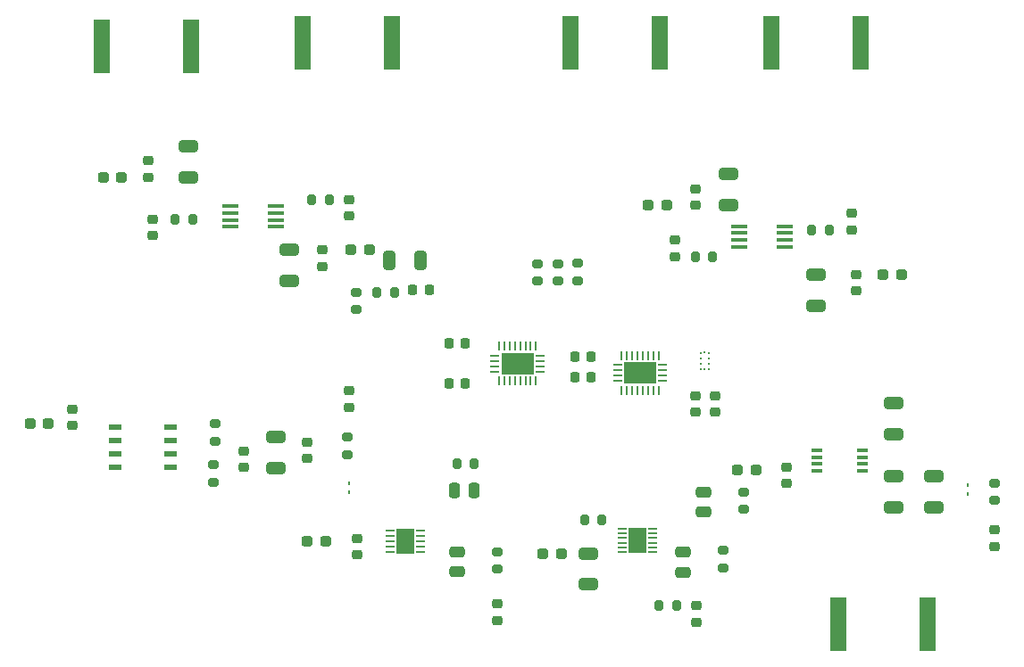
<source format=gbr>
%TF.GenerationSoftware,KiCad,Pcbnew,9.0.3*%
%TF.CreationDate,2025-08-10T03:17:17-04:00*%
%TF.ProjectId,NanoPulse,4e616e6f-5075-46c7-9365-2e6b69636164,Rev 1*%
%TF.SameCoordinates,Original*%
%TF.FileFunction,Paste,Bot*%
%TF.FilePolarity,Positive*%
%FSLAX46Y46*%
G04 Gerber Fmt 4.6, Leading zero omitted, Abs format (unit mm)*
G04 Created by KiCad (PCBNEW 9.0.3) date 2025-08-10 03:17:17*
%MOMM*%
%LPD*%
G01*
G04 APERTURE LIST*
G04 Aperture macros list*
%AMRoundRect*
0 Rectangle with rounded corners*
0 $1 Rounding radius*
0 $2 $3 $4 $5 $6 $7 $8 $9 X,Y pos of 4 corners*
0 Add a 4 corners polygon primitive as box body*
4,1,4,$2,$3,$4,$5,$6,$7,$8,$9,$2,$3,0*
0 Add four circle primitives for the rounded corners*
1,1,$1+$1,$2,$3*
1,1,$1+$1,$4,$5*
1,1,$1+$1,$6,$7*
1,1,$1+$1,$8,$9*
0 Add four rect primitives between the rounded corners*
20,1,$1+$1,$2,$3,$4,$5,0*
20,1,$1+$1,$4,$5,$6,$7,0*
20,1,$1+$1,$6,$7,$8,$9,0*
20,1,$1+$1,$8,$9,$2,$3,0*%
G04 Aperture macros list end*
%ADD10C,0.000000*%
%ADD11R,1.500000X5.080000*%
%ADD12RoundRect,0.200000X0.275000X-0.200000X0.275000X0.200000X-0.275000X0.200000X-0.275000X-0.200000X0*%
%ADD13RoundRect,0.200000X-0.200000X-0.275000X0.200000X-0.275000X0.200000X0.275000X-0.200000X0.275000X0*%
%ADD14R,1.092200X0.381000*%
%ADD15RoundRect,0.200000X0.200000X0.275000X-0.200000X0.275000X-0.200000X-0.275000X0.200000X-0.275000X0*%
%ADD16RoundRect,0.200000X-0.275000X0.200000X-0.275000X-0.200000X0.275000X-0.200000X0.275000X0.200000X0*%
%ADD17RoundRect,0.250000X0.475000X-0.250000X0.475000X0.250000X-0.475000X0.250000X-0.475000X-0.250000X0*%
%ADD18RoundRect,0.237500X-0.287500X-0.237500X0.287500X-0.237500X0.287500X0.237500X-0.287500X0.237500X0*%
%ADD19RoundRect,0.225000X0.225000X0.250000X-0.225000X0.250000X-0.225000X-0.250000X0.225000X-0.250000X0*%
%ADD20RoundRect,0.225000X0.250000X-0.225000X0.250000X0.225000X-0.250000X0.225000X-0.250000X-0.225000X0*%
%ADD21RoundRect,0.250000X-0.650000X0.325000X-0.650000X-0.325000X0.650000X-0.325000X0.650000X0.325000X0*%
%ADD22R,0.812800X0.254000*%
%ADD23R,0.254000X0.812800*%
%ADD24R,3.098800X2.108200*%
%ADD25RoundRect,0.225000X-0.250000X0.225000X-0.250000X-0.225000X0.250000X-0.225000X0.250000X0.225000X0*%
%ADD26RoundRect,0.250000X-0.475000X0.250000X-0.475000X-0.250000X0.475000X-0.250000X0.475000X0.250000X0*%
%ADD27RoundRect,0.250000X0.650000X-0.325000X0.650000X0.325000X-0.650000X0.325000X-0.650000X-0.325000X0*%
%ADD28R,1.524000X0.431800*%
%ADD29RoundRect,0.237500X0.287500X0.237500X-0.287500X0.237500X-0.287500X-0.237500X0.287500X-0.237500X0*%
%ADD30RoundRect,0.250000X0.250000X0.475000X-0.250000X0.475000X-0.250000X-0.475000X0.250000X-0.475000X0*%
%ADD31RoundRect,0.062500X0.062500X-0.117500X0.062500X0.117500X-0.062500X0.117500X-0.062500X-0.117500X0*%
%ADD32R,1.257300X0.482600*%
%ADD33RoundRect,0.225000X-0.225000X-0.250000X0.225000X-0.250000X0.225000X0.250000X-0.225000X0.250000X0*%
%ADD34R,0.812800X0.228600*%
%ADD35R,1.752600X2.489200*%
%ADD36RoundRect,0.218750X0.256250X-0.218750X0.256250X0.218750X-0.256250X0.218750X-0.256250X-0.218750X0*%
%ADD37RoundRect,0.218750X-0.256250X0.218750X-0.256250X-0.218750X0.256250X-0.218750X0.256250X0.218750X0*%
%ADD38RoundRect,0.250000X0.325000X0.650000X-0.325000X0.650000X-0.325000X-0.650000X0.325000X-0.650000X0*%
%ADD39R,0.254000X0.203200*%
%ADD40R,0.203200X0.254000*%
G04 APERTURE END LIST*
D10*
%TO.C,U17*%
G36*
X143055000Y-92394100D02*
G01*
X141705600Y-92394100D01*
X141705600Y-90485900D01*
X143055000Y-90485900D01*
X143055000Y-92394100D01*
G37*
G36*
X144604400Y-92394100D02*
G01*
X143255000Y-92394100D01*
X143255000Y-90485900D01*
X144604400Y-90485900D01*
X144604400Y-92394100D01*
G37*
%TO.C,U15*%
G36*
X154690000Y-93289100D02*
G01*
X153340600Y-93289100D01*
X153340600Y-91380900D01*
X154690000Y-91380900D01*
X154690000Y-93289100D01*
G37*
G36*
X156239400Y-93289100D02*
G01*
X154890000Y-93289100D01*
X154890000Y-91380900D01*
X156239400Y-91380900D01*
X156239400Y-93289100D01*
G37*
%TD*%
D11*
%TO.C,J3*%
X167200000Y-60960000D03*
X175700000Y-60960000D03*
%TD*%
%TO.C,J4*%
X148150000Y-60960000D03*
X156650000Y-60960000D03*
%TD*%
%TO.C,J2*%
X103700000Y-61312500D03*
X112200000Y-61312500D03*
%TD*%
%TO.C,J5*%
X182050000Y-116205000D03*
X173550000Y-116205000D03*
%TD*%
%TO.C,J1*%
X122750000Y-60960000D03*
X131250000Y-60960000D03*
%TD*%
D12*
%TO.C,R10*%
X127000000Y-100075000D03*
X127000000Y-98425000D03*
%TD*%
D13*
%TO.C,R18*%
X156594167Y-114443009D03*
X158244167Y-114443009D03*
%TD*%
D14*
%TO.C,U5*%
X171577000Y-101630000D03*
X171577000Y-100980002D03*
X171577000Y-100330000D03*
X171577000Y-99680002D03*
X175895000Y-99680002D03*
X175895000Y-100330000D03*
X175895000Y-100980002D03*
X175895000Y-101630000D03*
%TD*%
D15*
%TO.C,R38*%
X125301550Y-75860001D03*
X123651550Y-75860001D03*
%TD*%
D16*
%TO.C,R14*%
X114300000Y-101052432D03*
X114300000Y-102702432D03*
%TD*%
%TO.C,R68*%
X145060000Y-81943177D03*
X145060000Y-83593177D03*
%TD*%
D17*
%TO.C,C23*%
X137439400Y-111220002D03*
X137439400Y-109320002D03*
%TD*%
D18*
%TO.C,FB11*%
X155575000Y-76405000D03*
X157325000Y-76405000D03*
%TD*%
D19*
%TO.C,C81*%
X138215000Y-89535000D03*
X136665000Y-89535000D03*
%TD*%
D20*
%TO.C,C57*%
X158115000Y-81280000D03*
X158115000Y-79730000D03*
%TD*%
D21*
%TO.C,C4*%
X120201736Y-98425000D03*
X120201736Y-101375000D03*
%TD*%
D22*
%TO.C,U17*%
X141008700Y-91190000D03*
X141008700Y-90689999D03*
D23*
X141405001Y-89789000D03*
X141905000Y-89789000D03*
X142404999Y-89789000D03*
X142905000Y-89789000D03*
X143405000Y-89789000D03*
X143905001Y-89789000D03*
X144405000Y-89789000D03*
X144904999Y-89789000D03*
D22*
X145301300Y-90689999D03*
X145301300Y-91190000D03*
X145301300Y-91690000D03*
X145301300Y-92190001D03*
D23*
X144904999Y-93091000D03*
X144405000Y-93091000D03*
X143905001Y-93091000D03*
X143405000Y-93091000D03*
X142905000Y-93091000D03*
X142404999Y-93091000D03*
X141905000Y-93091000D03*
X141405001Y-93091000D03*
D22*
X141008700Y-92190001D03*
X141008700Y-91690000D03*
D24*
X143155000Y-91440000D03*
%TD*%
D25*
%TO.C,C78*%
X160020000Y-94475000D03*
X160020000Y-96025000D03*
%TD*%
%TO.C,C3*%
X123190000Y-98920000D03*
X123190000Y-100470000D03*
%TD*%
D21*
%TO.C,C24*%
X182678100Y-102172601D03*
X182678100Y-105122601D03*
%TD*%
D20*
%TO.C,C44*%
X108156550Y-73730001D03*
X108156550Y-72180001D03*
%TD*%
D16*
%TO.C,R17*%
X162689167Y-109173009D03*
X162689167Y-110823009D03*
%TD*%
D26*
%TO.C,C12*%
X160784167Y-103653009D03*
X160784167Y-105553009D03*
%TD*%
D27*
%TO.C,C47*%
X111966550Y-73730001D03*
X111966550Y-70780001D03*
%TD*%
D28*
%TO.C,U12*%
X164198300Y-80349999D03*
X164198300Y-79700001D03*
X164198300Y-79049999D03*
X164198300Y-78400001D03*
X168541700Y-78400001D03*
X168541700Y-79049999D03*
X168541700Y-79700001D03*
X168541700Y-80349999D03*
%TD*%
D16*
%TO.C,R70*%
X148870000Y-81940000D03*
X148870000Y-83590000D03*
%TD*%
D29*
%TO.C,FB2*%
X98665000Y-97155000D03*
X96915000Y-97155000D03*
%TD*%
D21*
%TO.C,C20*%
X178868100Y-95187601D03*
X178868100Y-98137601D03*
%TD*%
D25*
%TO.C,C6*%
X117216736Y-99772568D03*
X117216736Y-101322568D03*
%TD*%
D19*
%TO.C,C80*%
X150140000Y-92710000D03*
X148590000Y-92710000D03*
%TD*%
D16*
%TO.C,R16*%
X164594167Y-103648009D03*
X164594167Y-105298009D03*
%TD*%
D19*
%TO.C,C77*%
X150140000Y-90805000D03*
X148590000Y-90805000D03*
%TD*%
D30*
%TO.C,C22*%
X139065000Y-103505000D03*
X137165000Y-103505000D03*
%TD*%
D29*
%TO.C,FB5*%
X124979400Y-108325002D03*
X123229400Y-108325002D03*
%TD*%
D25*
%TO.C,C52*%
X175260001Y-82980000D03*
X175260001Y-84530000D03*
%TD*%
D31*
%TO.C,D7*%
X127186736Y-102807568D03*
X127186736Y-103647568D03*
%TD*%
D32*
%TO.C,U2*%
X110265286Y-97447868D03*
X110265286Y-98717868D03*
X110265286Y-99987868D03*
X110265286Y-101257868D03*
X105020186Y-101257868D03*
X105020186Y-99987868D03*
X105020186Y-98717868D03*
X105020186Y-97447868D03*
%TD*%
D16*
%TO.C,R69*%
X146965000Y-81943177D03*
X146965000Y-83593177D03*
%TD*%
D15*
%TO.C,R15*%
X151154169Y-106293007D03*
X149504169Y-106293007D03*
%TD*%
D18*
%TO.C,FB8*%
X103866550Y-73730001D03*
X105616550Y-73730001D03*
%TD*%
D33*
%TO.C,C42*%
X133210000Y-84455000D03*
X134760000Y-84455000D03*
%TD*%
D34*
%TO.C,U3*%
X153059169Y-109363009D03*
X153059169Y-108913007D03*
X153059169Y-108463008D03*
X153059169Y-108013006D03*
X153059169Y-107563007D03*
X153059169Y-107113008D03*
X155954769Y-107113005D03*
X155954769Y-107563007D03*
X155954769Y-108013006D03*
X155954769Y-108463008D03*
X155954769Y-108913007D03*
X155954769Y-109363006D03*
D35*
X154506969Y-108238007D03*
%TD*%
D25*
%TO.C,C46*%
X124666550Y-80660001D03*
X124666550Y-82210001D03*
%TD*%
D21*
%TO.C,C55*%
X171450000Y-82980000D03*
X171450000Y-85930000D03*
%TD*%
D13*
%TO.C,R42*%
X160020000Y-81280000D03*
X161670000Y-81280000D03*
%TD*%
D16*
%TO.C,R22*%
X188393100Y-102807601D03*
X188393100Y-104457601D03*
%TD*%
D29*
%TO.C,FB9*%
X129111550Y-80660001D03*
X127361550Y-80660001D03*
%TD*%
D36*
%TO.C,D11*%
X141249400Y-115817502D03*
X141249400Y-114242502D03*
%TD*%
D37*
%TO.C,D8*%
X160149167Y-114443009D03*
X160149167Y-116018009D03*
%TD*%
D16*
%TO.C,R35*%
X127887004Y-84662257D03*
X127887004Y-86312257D03*
%TD*%
%TO.C,R21*%
X141249400Y-109315002D03*
X141249400Y-110965002D03*
%TD*%
D22*
%TO.C,U6*%
X131089400Y-109315002D03*
X131089400Y-108815000D03*
X131089400Y-108315001D03*
X131089400Y-107815002D03*
X131089400Y-107315000D03*
X133985000Y-107315000D03*
X133985000Y-107815002D03*
X133985000Y-108315001D03*
X133985000Y-108815000D03*
X133985000Y-109315002D03*
D35*
X132537200Y-108315001D03*
%TD*%
D31*
%TO.C,D10*%
X185853100Y-103022601D03*
X185853100Y-103862601D03*
%TD*%
D16*
%TO.C,R13*%
X114486736Y-97155000D03*
X114486736Y-98805000D03*
%TD*%
D29*
%TO.C,FB10*%
X179550001Y-82980000D03*
X177800001Y-82980000D03*
%TD*%
D28*
%TO.C,U11*%
X120281700Y-76495001D03*
X120281700Y-77144999D03*
X120281700Y-77795001D03*
X120281700Y-78444999D03*
X115938300Y-78444999D03*
X115938300Y-77795001D03*
X115938300Y-77144999D03*
X115938300Y-76495001D03*
%TD*%
D26*
%TO.C,C15*%
X158879167Y-109368009D03*
X158879167Y-111268009D03*
%TD*%
D20*
%TO.C,C54*%
X160020000Y-76405000D03*
X160020000Y-74855000D03*
%TD*%
D21*
%TO.C,C9*%
X149884169Y-109468007D03*
X149884169Y-112418007D03*
%TD*%
D38*
%TO.C,C41*%
X133968418Y-81605083D03*
X131018418Y-81605083D03*
%TD*%
D15*
%TO.C,R34*%
X131470954Y-84700588D03*
X129820954Y-84700588D03*
%TD*%
D21*
%TO.C,C48*%
X121491550Y-80660001D03*
X121491550Y-83610001D03*
%TD*%
D25*
%TO.C,C18*%
X127914400Y-108045002D03*
X127914400Y-109595002D03*
%TD*%
D15*
%TO.C,R20*%
X139070000Y-100965000D03*
X137420000Y-100965000D03*
%TD*%
D29*
%TO.C,FB6*%
X165773100Y-101537601D03*
X164023100Y-101537601D03*
%TD*%
D13*
%TO.C,R39*%
X110696550Y-77765001D03*
X112346550Y-77765001D03*
%TD*%
D15*
%TO.C,R43*%
X172720000Y-78740000D03*
X171070000Y-78740000D03*
%TD*%
D20*
%TO.C,C50*%
X108536550Y-79315001D03*
X108536550Y-77765001D03*
%TD*%
D25*
%TO.C,C79*%
X161925000Y-94475000D03*
X161925000Y-96025000D03*
%TD*%
D20*
%TO.C,C8*%
X100965000Y-97295000D03*
X100965000Y-95745000D03*
%TD*%
D27*
%TO.C,C56*%
X163195000Y-76405000D03*
X163195000Y-73455000D03*
%TD*%
D21*
%TO.C,C21*%
X178868100Y-102172601D03*
X178868100Y-105122601D03*
%TD*%
D37*
%TO.C,D6*%
X127186736Y-94032568D03*
X127186736Y-95607568D03*
%TD*%
D29*
%TO.C,FB4*%
X147344169Y-109468007D03*
X145594169Y-109468007D03*
%TD*%
D25*
%TO.C,C58*%
X174880000Y-77190000D03*
X174880000Y-78740000D03*
%TD*%
D22*
%TO.C,U15*%
X152643700Y-92085000D03*
X152643700Y-91584999D03*
D23*
X153040001Y-90684000D03*
X153540000Y-90684000D03*
X154039999Y-90684000D03*
X154540000Y-90684000D03*
X155040000Y-90684000D03*
X155540001Y-90684000D03*
X156040000Y-90684000D03*
X156539999Y-90684000D03*
D22*
X156936300Y-91584999D03*
X156936300Y-92085000D03*
X156936300Y-92585000D03*
X156936300Y-93085001D03*
D23*
X156539999Y-93986000D03*
X156040000Y-93986000D03*
X155540001Y-93986000D03*
X155040000Y-93986000D03*
X154540000Y-93986000D03*
X154039999Y-93986000D03*
X153540000Y-93986000D03*
X153040001Y-93986000D03*
D22*
X152643700Y-93085001D03*
X152643700Y-92585000D03*
D24*
X154790000Y-92335000D03*
%TD*%
D39*
%TO.C,U16*%
X160525602Y-91940001D03*
X160525602Y-91440000D03*
X160525602Y-90940000D03*
X160525602Y-90439999D03*
D40*
X160907801Y-90382801D03*
D39*
X161290000Y-90439999D03*
X161290000Y-90940000D03*
X161290000Y-91440000D03*
X161290000Y-91940001D03*
D40*
X160907801Y-91997199D03*
%TD*%
D36*
%TO.C,D12*%
X188393100Y-108827601D03*
X188393100Y-107252601D03*
%TD*%
D25*
%TO.C,C49*%
X127206550Y-75860001D03*
X127206550Y-77410001D03*
%TD*%
%TO.C,C19*%
X168708100Y-101257601D03*
X168708100Y-102807601D03*
%TD*%
D19*
%TO.C,C82*%
X138215000Y-93345000D03*
X136665000Y-93345000D03*
%TD*%
M02*

</source>
